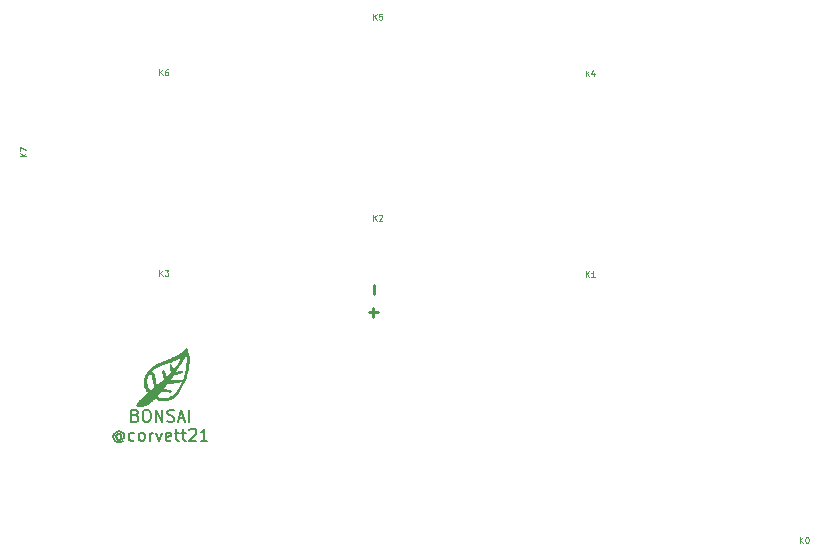
<source format=gbr>
%TF.GenerationSoftware,KiCad,Pcbnew,8.0.2*%
%TF.CreationDate,2024-07-03T21:28:43-05:00*%
%TF.ProjectId,bonsai-pg1232-Xiao-r3-rounded,626f6e73-6169-42d7-9067-313233322d58,v1*%
%TF.SameCoordinates,Original*%
%TF.FileFunction,Legend,Top*%
%TF.FilePolarity,Positive*%
%FSLAX46Y46*%
G04 Gerber Fmt 4.6, Leading zero omitted, Abs format (unit mm)*
G04 Created by KiCad (PCBNEW 8.0.2) date 2024-07-03 21:28:43*
%MOMM*%
%LPD*%
G01*
G04 APERTURE LIST*
%ADD10C,0.125000*%
%ADD11C,0.250000*%
%ADD12C,0.150000*%
%ADD13C,0.000000*%
G04 APERTURE END LIST*
D10*
X40201283Y-49932309D02*
X40201283Y-49432309D01*
X40486997Y-49932309D02*
X40272712Y-49646595D01*
X40486997Y-49432309D02*
X40201283Y-49718023D01*
X40653664Y-49432309D02*
X40963188Y-49432309D01*
X40963188Y-49432309D02*
X40796521Y-49622785D01*
X40796521Y-49622785D02*
X40867950Y-49622785D01*
X40867950Y-49622785D02*
X40915569Y-49646595D01*
X40915569Y-49646595D02*
X40939378Y-49670404D01*
X40939378Y-49670404D02*
X40963188Y-49718023D01*
X40963188Y-49718023D02*
X40963188Y-49837071D01*
X40963188Y-49837071D02*
X40939378Y-49884690D01*
X40939378Y-49884690D02*
X40915569Y-49908500D01*
X40915569Y-49908500D02*
X40867950Y-49932309D01*
X40867950Y-49932309D02*
X40725093Y-49932309D01*
X40725093Y-49932309D02*
X40677474Y-49908500D01*
X40677474Y-49908500D02*
X40653664Y-49884690D01*
D11*
X58697431Y-52983666D02*
X57935527Y-52983666D01*
X58316479Y-53364619D02*
X58316479Y-52602714D01*
X58333666Y-50652568D02*
X58333666Y-51414473D01*
D10*
X94401283Y-72532309D02*
X94401283Y-72032309D01*
X94686997Y-72532309D02*
X94472712Y-72246595D01*
X94686997Y-72032309D02*
X94401283Y-72318023D01*
X94996521Y-72032309D02*
X95044140Y-72032309D01*
X95044140Y-72032309D02*
X95091759Y-72056119D01*
X95091759Y-72056119D02*
X95115569Y-72079928D01*
X95115569Y-72079928D02*
X95139378Y-72127547D01*
X95139378Y-72127547D02*
X95163188Y-72222785D01*
X95163188Y-72222785D02*
X95163188Y-72341833D01*
X95163188Y-72341833D02*
X95139378Y-72437071D01*
X95139378Y-72437071D02*
X95115569Y-72484690D01*
X95115569Y-72484690D02*
X95091759Y-72508500D01*
X95091759Y-72508500D02*
X95044140Y-72532309D01*
X95044140Y-72532309D02*
X94996521Y-72532309D01*
X94996521Y-72532309D02*
X94948902Y-72508500D01*
X94948902Y-72508500D02*
X94925093Y-72484690D01*
X94925093Y-72484690D02*
X94901283Y-72437071D01*
X94901283Y-72437071D02*
X94877474Y-72341833D01*
X94877474Y-72341833D02*
X94877474Y-72222785D01*
X94877474Y-72222785D02*
X94901283Y-72127547D01*
X94901283Y-72127547D02*
X94925093Y-72079928D01*
X94925093Y-72079928D02*
X94948902Y-72056119D01*
X94948902Y-72056119D02*
X94996521Y-72032309D01*
X76301283Y-50032309D02*
X76301283Y-49532309D01*
X76586997Y-50032309D02*
X76372712Y-49746595D01*
X76586997Y-49532309D02*
X76301283Y-49818023D01*
X77063188Y-50032309D02*
X76777474Y-50032309D01*
X76920331Y-50032309D02*
X76920331Y-49532309D01*
X76920331Y-49532309D02*
X76872712Y-49603738D01*
X76872712Y-49603738D02*
X76825093Y-49651357D01*
X76825093Y-49651357D02*
X76777474Y-49675166D01*
D12*
X38155952Y-61736065D02*
X38298809Y-61783684D01*
X38298809Y-61783684D02*
X38346428Y-61831303D01*
X38346428Y-61831303D02*
X38394047Y-61926541D01*
X38394047Y-61926541D02*
X38394047Y-62069398D01*
X38394047Y-62069398D02*
X38346428Y-62164636D01*
X38346428Y-62164636D02*
X38298809Y-62212256D01*
X38298809Y-62212256D02*
X38203571Y-62259875D01*
X38203571Y-62259875D02*
X37822619Y-62259875D01*
X37822619Y-62259875D02*
X37822619Y-61259875D01*
X37822619Y-61259875D02*
X38155952Y-61259875D01*
X38155952Y-61259875D02*
X38251190Y-61307494D01*
X38251190Y-61307494D02*
X38298809Y-61355113D01*
X38298809Y-61355113D02*
X38346428Y-61450351D01*
X38346428Y-61450351D02*
X38346428Y-61545589D01*
X38346428Y-61545589D02*
X38298809Y-61640827D01*
X38298809Y-61640827D02*
X38251190Y-61688446D01*
X38251190Y-61688446D02*
X38155952Y-61736065D01*
X38155952Y-61736065D02*
X37822619Y-61736065D01*
X39013095Y-61259875D02*
X39203571Y-61259875D01*
X39203571Y-61259875D02*
X39298809Y-61307494D01*
X39298809Y-61307494D02*
X39394047Y-61402732D01*
X39394047Y-61402732D02*
X39441666Y-61593208D01*
X39441666Y-61593208D02*
X39441666Y-61926541D01*
X39441666Y-61926541D02*
X39394047Y-62117017D01*
X39394047Y-62117017D02*
X39298809Y-62212256D01*
X39298809Y-62212256D02*
X39203571Y-62259875D01*
X39203571Y-62259875D02*
X39013095Y-62259875D01*
X39013095Y-62259875D02*
X38917857Y-62212256D01*
X38917857Y-62212256D02*
X38822619Y-62117017D01*
X38822619Y-62117017D02*
X38775000Y-61926541D01*
X38775000Y-61926541D02*
X38775000Y-61593208D01*
X38775000Y-61593208D02*
X38822619Y-61402732D01*
X38822619Y-61402732D02*
X38917857Y-61307494D01*
X38917857Y-61307494D02*
X39013095Y-61259875D01*
X39870238Y-62259875D02*
X39870238Y-61259875D01*
X39870238Y-61259875D02*
X40441666Y-62259875D01*
X40441666Y-62259875D02*
X40441666Y-61259875D01*
X40870238Y-62212256D02*
X41013095Y-62259875D01*
X41013095Y-62259875D02*
X41251190Y-62259875D01*
X41251190Y-62259875D02*
X41346428Y-62212256D01*
X41346428Y-62212256D02*
X41394047Y-62164636D01*
X41394047Y-62164636D02*
X41441666Y-62069398D01*
X41441666Y-62069398D02*
X41441666Y-61974160D01*
X41441666Y-61974160D02*
X41394047Y-61878922D01*
X41394047Y-61878922D02*
X41346428Y-61831303D01*
X41346428Y-61831303D02*
X41251190Y-61783684D01*
X41251190Y-61783684D02*
X41060714Y-61736065D01*
X41060714Y-61736065D02*
X40965476Y-61688446D01*
X40965476Y-61688446D02*
X40917857Y-61640827D01*
X40917857Y-61640827D02*
X40870238Y-61545589D01*
X40870238Y-61545589D02*
X40870238Y-61450351D01*
X40870238Y-61450351D02*
X40917857Y-61355113D01*
X40917857Y-61355113D02*
X40965476Y-61307494D01*
X40965476Y-61307494D02*
X41060714Y-61259875D01*
X41060714Y-61259875D02*
X41298809Y-61259875D01*
X41298809Y-61259875D02*
X41441666Y-61307494D01*
X41822619Y-61974160D02*
X42298809Y-61974160D01*
X41727381Y-62259875D02*
X42060714Y-61259875D01*
X42060714Y-61259875D02*
X42394047Y-62259875D01*
X42727381Y-62259875D02*
X42727381Y-61259875D01*
X36965475Y-63393628D02*
X36917856Y-63346009D01*
X36917856Y-63346009D02*
X36822618Y-63298390D01*
X36822618Y-63298390D02*
X36727380Y-63298390D01*
X36727380Y-63298390D02*
X36632142Y-63346009D01*
X36632142Y-63346009D02*
X36584523Y-63393628D01*
X36584523Y-63393628D02*
X36536904Y-63488866D01*
X36536904Y-63488866D02*
X36536904Y-63584104D01*
X36536904Y-63584104D02*
X36584523Y-63679342D01*
X36584523Y-63679342D02*
X36632142Y-63726961D01*
X36632142Y-63726961D02*
X36727380Y-63774580D01*
X36727380Y-63774580D02*
X36822618Y-63774580D01*
X36822618Y-63774580D02*
X36917856Y-63726961D01*
X36917856Y-63726961D02*
X36965475Y-63679342D01*
X36965475Y-63298390D02*
X36965475Y-63679342D01*
X36965475Y-63679342D02*
X37013094Y-63726961D01*
X37013094Y-63726961D02*
X37060713Y-63726961D01*
X37060713Y-63726961D02*
X37155952Y-63679342D01*
X37155952Y-63679342D02*
X37203571Y-63584104D01*
X37203571Y-63584104D02*
X37203571Y-63346009D01*
X37203571Y-63346009D02*
X37108333Y-63203152D01*
X37108333Y-63203152D02*
X36965475Y-63107914D01*
X36965475Y-63107914D02*
X36774999Y-63060295D01*
X36774999Y-63060295D02*
X36584523Y-63107914D01*
X36584523Y-63107914D02*
X36441666Y-63203152D01*
X36441666Y-63203152D02*
X36346428Y-63346009D01*
X36346428Y-63346009D02*
X36298809Y-63536485D01*
X36298809Y-63536485D02*
X36346428Y-63726961D01*
X36346428Y-63726961D02*
X36441666Y-63869819D01*
X36441666Y-63869819D02*
X36584523Y-63965057D01*
X36584523Y-63965057D02*
X36774999Y-64012676D01*
X36774999Y-64012676D02*
X36965475Y-63965057D01*
X36965475Y-63965057D02*
X37108333Y-63869819D01*
X38060713Y-63822200D02*
X37965475Y-63869819D01*
X37965475Y-63869819D02*
X37774999Y-63869819D01*
X37774999Y-63869819D02*
X37679761Y-63822200D01*
X37679761Y-63822200D02*
X37632142Y-63774580D01*
X37632142Y-63774580D02*
X37584523Y-63679342D01*
X37584523Y-63679342D02*
X37584523Y-63393628D01*
X37584523Y-63393628D02*
X37632142Y-63298390D01*
X37632142Y-63298390D02*
X37679761Y-63250771D01*
X37679761Y-63250771D02*
X37774999Y-63203152D01*
X37774999Y-63203152D02*
X37965475Y-63203152D01*
X37965475Y-63203152D02*
X38060713Y-63250771D01*
X38632142Y-63869819D02*
X38536904Y-63822200D01*
X38536904Y-63822200D02*
X38489285Y-63774580D01*
X38489285Y-63774580D02*
X38441666Y-63679342D01*
X38441666Y-63679342D02*
X38441666Y-63393628D01*
X38441666Y-63393628D02*
X38489285Y-63298390D01*
X38489285Y-63298390D02*
X38536904Y-63250771D01*
X38536904Y-63250771D02*
X38632142Y-63203152D01*
X38632142Y-63203152D02*
X38774999Y-63203152D01*
X38774999Y-63203152D02*
X38870237Y-63250771D01*
X38870237Y-63250771D02*
X38917856Y-63298390D01*
X38917856Y-63298390D02*
X38965475Y-63393628D01*
X38965475Y-63393628D02*
X38965475Y-63679342D01*
X38965475Y-63679342D02*
X38917856Y-63774580D01*
X38917856Y-63774580D02*
X38870237Y-63822200D01*
X38870237Y-63822200D02*
X38774999Y-63869819D01*
X38774999Y-63869819D02*
X38632142Y-63869819D01*
X39394047Y-63869819D02*
X39394047Y-63203152D01*
X39394047Y-63393628D02*
X39441666Y-63298390D01*
X39441666Y-63298390D02*
X39489285Y-63250771D01*
X39489285Y-63250771D02*
X39584523Y-63203152D01*
X39584523Y-63203152D02*
X39679761Y-63203152D01*
X39917857Y-63203152D02*
X40155952Y-63869819D01*
X40155952Y-63869819D02*
X40394047Y-63203152D01*
X41155952Y-63822200D02*
X41060714Y-63869819D01*
X41060714Y-63869819D02*
X40870238Y-63869819D01*
X40870238Y-63869819D02*
X40775000Y-63822200D01*
X40775000Y-63822200D02*
X40727381Y-63726961D01*
X40727381Y-63726961D02*
X40727381Y-63346009D01*
X40727381Y-63346009D02*
X40775000Y-63250771D01*
X40775000Y-63250771D02*
X40870238Y-63203152D01*
X40870238Y-63203152D02*
X41060714Y-63203152D01*
X41060714Y-63203152D02*
X41155952Y-63250771D01*
X41155952Y-63250771D02*
X41203571Y-63346009D01*
X41203571Y-63346009D02*
X41203571Y-63441247D01*
X41203571Y-63441247D02*
X40727381Y-63536485D01*
X41489286Y-63203152D02*
X41870238Y-63203152D01*
X41632143Y-62869819D02*
X41632143Y-63726961D01*
X41632143Y-63726961D02*
X41679762Y-63822200D01*
X41679762Y-63822200D02*
X41775000Y-63869819D01*
X41775000Y-63869819D02*
X41870238Y-63869819D01*
X42060715Y-63203152D02*
X42441667Y-63203152D01*
X42203572Y-62869819D02*
X42203572Y-63726961D01*
X42203572Y-63726961D02*
X42251191Y-63822200D01*
X42251191Y-63822200D02*
X42346429Y-63869819D01*
X42346429Y-63869819D02*
X42441667Y-63869819D01*
X42727382Y-62965057D02*
X42775001Y-62917438D01*
X42775001Y-62917438D02*
X42870239Y-62869819D01*
X42870239Y-62869819D02*
X43108334Y-62869819D01*
X43108334Y-62869819D02*
X43203572Y-62917438D01*
X43203572Y-62917438D02*
X43251191Y-62965057D01*
X43251191Y-62965057D02*
X43298810Y-63060295D01*
X43298810Y-63060295D02*
X43298810Y-63155533D01*
X43298810Y-63155533D02*
X43251191Y-63298390D01*
X43251191Y-63298390D02*
X42679763Y-63869819D01*
X42679763Y-63869819D02*
X43298810Y-63869819D01*
X44251191Y-63869819D02*
X43679763Y-63869819D01*
X43965477Y-63869819D02*
X43965477Y-62869819D01*
X43965477Y-62869819D02*
X43870239Y-63012676D01*
X43870239Y-63012676D02*
X43775001Y-63107914D01*
X43775001Y-63107914D02*
X43679763Y-63155533D01*
D10*
X58301283Y-28232309D02*
X58301283Y-27732309D01*
X58586997Y-28232309D02*
X58372712Y-27946595D01*
X58586997Y-27732309D02*
X58301283Y-28018023D01*
X59039378Y-27732309D02*
X58801283Y-27732309D01*
X58801283Y-27732309D02*
X58777474Y-27970404D01*
X58777474Y-27970404D02*
X58801283Y-27946595D01*
X58801283Y-27946595D02*
X58848902Y-27922785D01*
X58848902Y-27922785D02*
X58967950Y-27922785D01*
X58967950Y-27922785D02*
X59015569Y-27946595D01*
X59015569Y-27946595D02*
X59039378Y-27970404D01*
X59039378Y-27970404D02*
X59063188Y-28018023D01*
X59063188Y-28018023D02*
X59063188Y-28137071D01*
X59063188Y-28137071D02*
X59039378Y-28184690D01*
X59039378Y-28184690D02*
X59015569Y-28208500D01*
X59015569Y-28208500D02*
X58967950Y-28232309D01*
X58967950Y-28232309D02*
X58848902Y-28232309D01*
X58848902Y-28232309D02*
X58801283Y-28208500D01*
X58801283Y-28208500D02*
X58777474Y-28184690D01*
X58301283Y-45232309D02*
X58301283Y-44732309D01*
X58586997Y-45232309D02*
X58372712Y-44946595D01*
X58586997Y-44732309D02*
X58301283Y-45018023D01*
X58777474Y-44779928D02*
X58801283Y-44756119D01*
X58801283Y-44756119D02*
X58848902Y-44732309D01*
X58848902Y-44732309D02*
X58967950Y-44732309D01*
X58967950Y-44732309D02*
X59015569Y-44756119D01*
X59015569Y-44756119D02*
X59039378Y-44779928D01*
X59039378Y-44779928D02*
X59063188Y-44827547D01*
X59063188Y-44827547D02*
X59063188Y-44875166D01*
X59063188Y-44875166D02*
X59039378Y-44946595D01*
X59039378Y-44946595D02*
X58753664Y-45232309D01*
X58753664Y-45232309D02*
X59063188Y-45232309D01*
X40201283Y-32932309D02*
X40201283Y-32432309D01*
X40486997Y-32932309D02*
X40272712Y-32646595D01*
X40486997Y-32432309D02*
X40201283Y-32718023D01*
X40915569Y-32432309D02*
X40820331Y-32432309D01*
X40820331Y-32432309D02*
X40772712Y-32456119D01*
X40772712Y-32456119D02*
X40748902Y-32479928D01*
X40748902Y-32479928D02*
X40701283Y-32551357D01*
X40701283Y-32551357D02*
X40677474Y-32646595D01*
X40677474Y-32646595D02*
X40677474Y-32837071D01*
X40677474Y-32837071D02*
X40701283Y-32884690D01*
X40701283Y-32884690D02*
X40725093Y-32908500D01*
X40725093Y-32908500D02*
X40772712Y-32932309D01*
X40772712Y-32932309D02*
X40867950Y-32932309D01*
X40867950Y-32932309D02*
X40915569Y-32908500D01*
X40915569Y-32908500D02*
X40939378Y-32884690D01*
X40939378Y-32884690D02*
X40963188Y-32837071D01*
X40963188Y-32837071D02*
X40963188Y-32718023D01*
X40963188Y-32718023D02*
X40939378Y-32670404D01*
X40939378Y-32670404D02*
X40915569Y-32646595D01*
X40915569Y-32646595D02*
X40867950Y-32622785D01*
X40867950Y-32622785D02*
X40772712Y-32622785D01*
X40772712Y-32622785D02*
X40725093Y-32646595D01*
X40725093Y-32646595D02*
X40701283Y-32670404D01*
X40701283Y-32670404D02*
X40677474Y-32718023D01*
X28932309Y-39798716D02*
X28432309Y-39798716D01*
X28932309Y-39513002D02*
X28646595Y-39727287D01*
X28432309Y-39513002D02*
X28718023Y-39798716D01*
X28432309Y-39346335D02*
X28432309Y-39013002D01*
X28432309Y-39013002D02*
X28932309Y-39227287D01*
X76301283Y-33032309D02*
X76301283Y-32532309D01*
X76586997Y-33032309D02*
X76372712Y-32746595D01*
X76586997Y-32532309D02*
X76301283Y-32818023D01*
X77015569Y-32698976D02*
X77015569Y-33032309D01*
X76896521Y-32508500D02*
X76777474Y-32865642D01*
X76777474Y-32865642D02*
X77086997Y-32865642D01*
D13*
%TO.C,G\u002A\u002A\u002A*%
G36*
X42492679Y-56037597D02*
G01*
X42505483Y-56046893D01*
X42524820Y-56059637D01*
X42546379Y-56068324D01*
X42550402Y-56069233D01*
X42579013Y-56079694D01*
X42598607Y-56098014D01*
X42608482Y-56122712D01*
X42607931Y-56152307D01*
X42600875Y-56175361D01*
X42596527Y-56186925D01*
X42595117Y-56196869D01*
X42597211Y-56208506D01*
X42603371Y-56225145D01*
X42613237Y-56247998D01*
X42656551Y-56358951D01*
X42693252Y-56479223D01*
X42723026Y-56607335D01*
X42745563Y-56741806D01*
X42760549Y-56881158D01*
X42766061Y-56972868D01*
X42768093Y-57149839D01*
X42759790Y-57332997D01*
X42741294Y-57521705D01*
X42712746Y-57715328D01*
X42674290Y-57913230D01*
X42626066Y-58114774D01*
X42568218Y-58319325D01*
X42500887Y-58526246D01*
X42424215Y-58734902D01*
X42338344Y-58944655D01*
X42312401Y-59004107D01*
X42229777Y-59181780D01*
X42143433Y-59349775D01*
X42053587Y-59507802D01*
X41960459Y-59655573D01*
X41864267Y-59792800D01*
X41765229Y-59919194D01*
X41663563Y-60034466D01*
X41559489Y-60138329D01*
X41453225Y-60230493D01*
X41344989Y-60310671D01*
X41300716Y-60339620D01*
X41189086Y-60402775D01*
X41074233Y-60453917D01*
X40956414Y-60493041D01*
X40835886Y-60520145D01*
X40712904Y-60535223D01*
X40587724Y-60538273D01*
X40460604Y-60529289D01*
X40331800Y-60508269D01*
X40201567Y-60475208D01*
X40070163Y-60430102D01*
X39937843Y-60372948D01*
X39912875Y-60360852D01*
X39837856Y-60323885D01*
X39728104Y-60431700D01*
X39692528Y-60466196D01*
X39654995Y-60501807D01*
X39617972Y-60536245D01*
X39583930Y-60567219D01*
X39555338Y-60592443D01*
X39546809Y-60599713D01*
X39426491Y-60695065D01*
X39306608Y-60778170D01*
X39186707Y-60849253D01*
X39066340Y-60908539D01*
X38945057Y-60956253D01*
X38822406Y-60992619D01*
X38715705Y-61014954D01*
X38689184Y-61018413D01*
X38654130Y-61021454D01*
X38613030Y-61024010D01*
X38568369Y-61026014D01*
X38522635Y-61027397D01*
X38478313Y-61028093D01*
X38437890Y-61028035D01*
X38403852Y-61027155D01*
X38378685Y-61025385D01*
X38370986Y-61024293D01*
X38328225Y-61012104D01*
X38295391Y-60992674D01*
X38272036Y-60965447D01*
X38257713Y-60929870D01*
X38251977Y-60885388D01*
X38251821Y-60876398D01*
X38255183Y-60830691D01*
X38265800Y-60784222D01*
X38284102Y-60736384D01*
X38310517Y-60686567D01*
X38345477Y-60634166D01*
X38389412Y-60578573D01*
X38442750Y-60519180D01*
X38505923Y-60455380D01*
X38579359Y-60386565D01*
X38631310Y-60340168D01*
X38668514Y-60307385D01*
X38709478Y-60271149D01*
X38750761Y-60234513D01*
X38782726Y-60206048D01*
X39159565Y-60206048D01*
X39159809Y-60208562D01*
X39161346Y-60209414D01*
X39165377Y-60207760D01*
X39173106Y-60202754D01*
X39185735Y-60193552D01*
X39204468Y-60179307D01*
X39230507Y-60159176D01*
X39265055Y-60132312D01*
X39270063Y-60128414D01*
X39288438Y-60113979D01*
X40030905Y-60113979D01*
X40034989Y-60123292D01*
X40046416Y-60131977D01*
X40065158Y-60141912D01*
X40086808Y-60152736D01*
X40177516Y-60194387D01*
X40272766Y-60229918D01*
X40368360Y-60257901D01*
X40444256Y-60274251D01*
X40492183Y-60280570D01*
X40547538Y-60284377D01*
X40605983Y-60285628D01*
X40663181Y-60284282D01*
X40714794Y-60280296D01*
X40738264Y-60277121D01*
X40831279Y-60256609D01*
X40928209Y-60224726D01*
X41028417Y-60181747D01*
X41131269Y-60127947D01*
X41236129Y-60063600D01*
X41244453Y-60058094D01*
X41361780Y-59972814D01*
X41474699Y-59876107D01*
X41582996Y-59768321D01*
X41686459Y-59649806D01*
X41784876Y-59520913D01*
X41878033Y-59381992D01*
X41965718Y-59233391D01*
X42047718Y-59075461D01*
X42123820Y-58908552D01*
X42193812Y-58733014D01*
X42257481Y-58549196D01*
X42314613Y-58357448D01*
X42342106Y-58252985D01*
X42387166Y-58056278D01*
X42424711Y-57855142D01*
X42454499Y-57651801D01*
X42476290Y-57448479D01*
X42489840Y-57247398D01*
X42494908Y-57050784D01*
X42491875Y-56875841D01*
X42489395Y-56819000D01*
X42486582Y-56764569D01*
X42483538Y-56713839D01*
X42480366Y-56668096D01*
X42477170Y-56628630D01*
X42474051Y-56596729D01*
X42471113Y-56573680D01*
X42468459Y-56560773D01*
X42466553Y-56558676D01*
X42462465Y-56566227D01*
X42454873Y-56582562D01*
X42445042Y-56604910D01*
X42438700Y-56619800D01*
X42387286Y-56735855D01*
X42328838Y-56856990D01*
X42265239Y-56979522D01*
X42198375Y-57099770D01*
X42157085Y-57169935D01*
X42121595Y-57228938D01*
X42091433Y-57279159D01*
X42065458Y-57322515D01*
X42042527Y-57360921D01*
X42021497Y-57396294D01*
X42001227Y-57430549D01*
X41980575Y-57465604D01*
X41963301Y-57495015D01*
X41885754Y-57624998D01*
X41806488Y-57753351D01*
X41722485Y-57884944D01*
X41702332Y-57915943D01*
X41678859Y-57952198D01*
X41658004Y-57984921D01*
X41640643Y-58012693D01*
X41627656Y-58034091D01*
X41619922Y-58047697D01*
X41618140Y-58052081D01*
X41624714Y-58051262D01*
X41641371Y-58047329D01*
X41666221Y-58040780D01*
X41697379Y-58032115D01*
X41732956Y-58021832D01*
X41735887Y-58020969D01*
X41803855Y-58001453D01*
X41862010Y-57985974D01*
X41912224Y-57974130D01*
X41956371Y-57965516D01*
X41996325Y-57959730D01*
X42033960Y-57956368D01*
X42036698Y-57956205D01*
X42077615Y-57955210D01*
X42108862Y-57958186D01*
X42132885Y-57966024D01*
X42152131Y-57979618D01*
X42169049Y-57999857D01*
X42173102Y-58005908D01*
X42189033Y-58037247D01*
X42193266Y-58064185D01*
X42185750Y-58086866D01*
X42166436Y-58105431D01*
X42135273Y-58120025D01*
X42132836Y-58120839D01*
X42110027Y-58129352D01*
X42082665Y-58141026D01*
X42060278Y-58151577D01*
X42040427Y-58160569D01*
X42011011Y-58172699D01*
X41974317Y-58187122D01*
X41932632Y-58202991D01*
X41888244Y-58219461D01*
X41843438Y-58235685D01*
X41800502Y-58250818D01*
X41761723Y-58264013D01*
X41729386Y-58274424D01*
X41722768Y-58276436D01*
X41668851Y-58290622D01*
X41618443Y-58299260D01*
X41567524Y-58302663D01*
X41512076Y-58301144D01*
X41462511Y-58296678D01*
X41457426Y-58297968D01*
X41450221Y-58303410D01*
X41440135Y-58313946D01*
X41426407Y-58330515D01*
X41408279Y-58354056D01*
X41384990Y-58385510D01*
X41355780Y-58425817D01*
X41337344Y-58451501D01*
X41306252Y-58494784D01*
X41274563Y-58538652D01*
X41243816Y-58580993D01*
X41215550Y-58619693D01*
X41191305Y-58652640D01*
X41172618Y-58677720D01*
X41171140Y-58679682D01*
X41116852Y-58751574D01*
X41143143Y-58756202D01*
X41164285Y-58758725D01*
X41195614Y-58760896D01*
X41234822Y-58762690D01*
X41279595Y-58764080D01*
X41327625Y-58765039D01*
X41376600Y-58765541D01*
X41424209Y-58765558D01*
X41468142Y-58765065D01*
X41506087Y-58764034D01*
X41535735Y-58762439D01*
X41550778Y-58760907D01*
X41571508Y-58758796D01*
X41601461Y-58756882D01*
X41638901Y-58755183D01*
X41682097Y-58753720D01*
X41729313Y-58752512D01*
X41778817Y-58751579D01*
X41828874Y-58750939D01*
X41877751Y-58750612D01*
X41923714Y-58750617D01*
X41965030Y-58750975D01*
X41999964Y-58751704D01*
X42026784Y-58752824D01*
X42043755Y-58754355D01*
X42048147Y-58755332D01*
X42065766Y-58768213D01*
X42078467Y-58789128D01*
X42085049Y-58814172D01*
X42084310Y-58839442D01*
X42078848Y-58855071D01*
X42064619Y-58869835D01*
X42040419Y-58881777D01*
X42013613Y-58888808D01*
X41993904Y-58895361D01*
X41977564Y-58905647D01*
X41975635Y-58907539D01*
X41954787Y-58922876D01*
X41921545Y-58937312D01*
X41875987Y-58950828D01*
X41818191Y-58963404D01*
X41748235Y-58975022D01*
X41666198Y-58985661D01*
X41657054Y-58986701D01*
X41613213Y-58992029D01*
X41561615Y-58998936D01*
X41506805Y-59006774D01*
X41453329Y-59014897D01*
X41413244Y-59021387D01*
X41321210Y-59035064D01*
X41237002Y-59043964D01*
X41161430Y-59048053D01*
X41095306Y-59047301D01*
X41039440Y-59041678D01*
X41014554Y-59036779D01*
X40987304Y-59029671D01*
X40962505Y-59022152D01*
X40944329Y-59015519D01*
X40940380Y-59013687D01*
X40926311Y-59008363D01*
X40917109Y-59008387D01*
X40916457Y-59008918D01*
X40911386Y-59015120D01*
X40899687Y-59029651D01*
X40882521Y-59051061D01*
X40861052Y-59077899D01*
X40836440Y-59108716D01*
X40822120Y-59126667D01*
X40788787Y-59168262D01*
X40750886Y-59215222D01*
X40711547Y-59263689D01*
X40673902Y-59309805D01*
X40643022Y-59347362D01*
X40617230Y-59378800D01*
X40594354Y-59407105D01*
X40575531Y-59430834D01*
X40561897Y-59448548D01*
X40554587Y-59458806D01*
X40553658Y-59460671D01*
X40553535Y-59462218D01*
X40554017Y-59463562D01*
X40556375Y-59464998D01*
X40561880Y-59466821D01*
X40571806Y-59469328D01*
X40587424Y-59472814D01*
X40610007Y-59477576D01*
X40640827Y-59483908D01*
X40681155Y-59492108D01*
X40732265Y-59502470D01*
X40741204Y-59504282D01*
X40835415Y-59523677D01*
X40921880Y-59542061D01*
X41000000Y-59559290D01*
X41069176Y-59575220D01*
X41128807Y-59589708D01*
X41178294Y-59602609D01*
X41217037Y-59613778D01*
X41244437Y-59623073D01*
X41255669Y-59627933D01*
X41273404Y-59641912D01*
X41288189Y-59662153D01*
X41296681Y-59683583D01*
X41297567Y-59691486D01*
X41292631Y-59715300D01*
X41279831Y-59739591D01*
X41262284Y-59758856D01*
X41257456Y-59762284D01*
X41239710Y-59770238D01*
X41218179Y-59772540D01*
X41205380Y-59771972D01*
X41186098Y-59771102D01*
X41176230Y-59772732D01*
X41172798Y-59777679D01*
X41172560Y-59781001D01*
X41167166Y-59797806D01*
X41153169Y-59809884D01*
X41133848Y-59816404D01*
X41112479Y-59816534D01*
X41092342Y-59809444D01*
X41084251Y-59803396D01*
X41071376Y-59794343D01*
X41055753Y-59790958D01*
X41039260Y-59791248D01*
X41020190Y-59791121D01*
X40993063Y-59789223D01*
X40962146Y-59785909D01*
X40942970Y-59783300D01*
X40916738Y-59780105D01*
X40880935Y-59776750D01*
X40838490Y-59773455D01*
X40792329Y-59770440D01*
X40745380Y-59767927D01*
X40729173Y-59767201D01*
X40677727Y-59764820D01*
X40621449Y-59761868D01*
X40564558Y-59758589D01*
X40511274Y-59755227D01*
X40465817Y-59752027D01*
X40461615Y-59751706D01*
X40423715Y-59748819D01*
X40389787Y-59746299D01*
X40361921Y-59744297D01*
X40342211Y-59742962D01*
X40332748Y-59742445D01*
X40332552Y-59742443D01*
X40326173Y-59747128D01*
X40313353Y-59760228D01*
X40295360Y-59780316D01*
X40273459Y-59805961D01*
X40248919Y-59835737D01*
X40239711Y-59847156D01*
X40209108Y-59885176D01*
X40175738Y-59926378D01*
X40142313Y-59967432D01*
X40111544Y-60005006D01*
X40088543Y-60032877D01*
X40062984Y-60063486D01*
X40044875Y-60085954D01*
X40034192Y-60102159D01*
X40030905Y-60113979D01*
X39288438Y-60113979D01*
X39317457Y-60091182D01*
X39354735Y-60061129D01*
X39381971Y-60038192D01*
X39399238Y-60022307D01*
X39406612Y-60013408D01*
X39405518Y-60011276D01*
X39398111Y-60015033D01*
X39383283Y-60025274D01*
X39363183Y-60040437D01*
X39339959Y-60058960D01*
X39339877Y-60059027D01*
X39308930Y-60083985D01*
X39273352Y-60112138D01*
X39238552Y-60139226D01*
X39220517Y-60153028D01*
X39197070Y-60171339D01*
X39177803Y-60187384D01*
X39164657Y-60199477D01*
X39159573Y-60205930D01*
X39159565Y-60206048D01*
X38782726Y-60206048D01*
X38788924Y-60200529D01*
X38815730Y-60176553D01*
X38841956Y-60153232D01*
X38875707Y-60123532D01*
X38914993Y-60089187D01*
X38957825Y-60051930D01*
X39002213Y-60013493D01*
X39046167Y-59975611D01*
X39062666Y-59961444D01*
X39100872Y-59928522D01*
X39135812Y-59898116D01*
X39166406Y-59871192D01*
X39191573Y-59848711D01*
X39210232Y-59831639D01*
X39221304Y-59820937D01*
X39223974Y-59817617D01*
X39219946Y-59811187D01*
X39209858Y-59796869D01*
X39195201Y-59776738D01*
X39177469Y-59752870D01*
X39176255Y-59751251D01*
X39096890Y-59636806D01*
X39028850Y-59520299D01*
X38972242Y-59402205D01*
X38927170Y-59283001D01*
X38893742Y-59163160D01*
X38872062Y-59043159D01*
X38862238Y-58923472D01*
X38862490Y-58909455D01*
X39161813Y-58909455D01*
X39170607Y-59024702D01*
X39191273Y-59139279D01*
X39223819Y-59252507D01*
X39268253Y-59363704D01*
X39324585Y-59472188D01*
X39342162Y-59501453D01*
X39356890Y-59524660D01*
X39373771Y-59550330D01*
X39391351Y-59576362D01*
X39408172Y-59600660D01*
X39422780Y-59621125D01*
X39433717Y-59635658D01*
X39439528Y-59642161D01*
X39439894Y-59642316D01*
X39445016Y-59638482D01*
X39458653Y-59627524D01*
X39479720Y-59610332D01*
X39507136Y-59587797D01*
X39539818Y-59560809D01*
X39576683Y-59530257D01*
X39616500Y-59497155D01*
X39656467Y-59463661D01*
X39693212Y-59432449D01*
X39725660Y-59404464D01*
X39752735Y-59380653D01*
X39773362Y-59361960D01*
X39786465Y-59349331D01*
X39790970Y-59343743D01*
X39788284Y-59333549D01*
X39781511Y-59317376D01*
X39777866Y-59309908D01*
X39753207Y-59255546D01*
X39728726Y-59189771D01*
X39704755Y-59113675D01*
X39681627Y-59028346D01*
X39659673Y-58934877D01*
X39650532Y-58891752D01*
X39639717Y-58839884D01*
X39627241Y-58781354D01*
X39614149Y-58720981D01*
X39601485Y-58663581D01*
X39591024Y-58617166D01*
X39570341Y-58523978D01*
X39553081Y-58440434D01*
X39539297Y-58366880D01*
X39529043Y-58303661D01*
X39522371Y-58251124D01*
X39519335Y-58209615D01*
X39519987Y-58179478D01*
X39522085Y-58167311D01*
X39536958Y-58134667D01*
X39561109Y-58109049D01*
X39592684Y-58091793D01*
X39629827Y-58084231D01*
X39637892Y-58083999D01*
X39668215Y-58087529D01*
X39695523Y-58098889D01*
X39721384Y-58119237D01*
X39747369Y-58149732D01*
X39767833Y-58179881D01*
X39785562Y-58209858D01*
X39801402Y-58241177D01*
X39815619Y-58274978D01*
X39828479Y-58312403D01*
X39840247Y-58354593D01*
X39851190Y-58402687D01*
X39861571Y-58457828D01*
X39871658Y-58521155D01*
X39881716Y-58593809D01*
X39892010Y-58676931D01*
X39900227Y-58748449D01*
X39906317Y-58800874D01*
X39912774Y-58852941D01*
X39919283Y-58902355D01*
X39925530Y-58946825D01*
X39931202Y-58984057D01*
X39935983Y-59011760D01*
X39937071Y-59017265D01*
X39945535Y-59056075D01*
X39954458Y-59093056D01*
X39963267Y-59126171D01*
X39971384Y-59153378D01*
X39978233Y-59172641D01*
X39983240Y-59181919D01*
X39983664Y-59182249D01*
X39989821Y-59179178D01*
X40004429Y-59168352D01*
X40026707Y-59150444D01*
X40055870Y-59126129D01*
X40091138Y-59096080D01*
X40131727Y-59060972D01*
X40176856Y-59021479D01*
X40225741Y-58978275D01*
X40277601Y-58932034D01*
X40331653Y-58883430D01*
X40355420Y-58861931D01*
X40392625Y-58828215D01*
X40428387Y-58795807D01*
X40461222Y-58766051D01*
X40489651Y-58740289D01*
X40512192Y-58719863D01*
X40527364Y-58706115D01*
X40530088Y-58703647D01*
X40562286Y-58674474D01*
X40535490Y-58519226D01*
X40524187Y-58456466D01*
X40512903Y-58400221D01*
X40500670Y-58346334D01*
X40486523Y-58290648D01*
X40469494Y-58229006D01*
X40461715Y-58201943D01*
X40446189Y-58147736D01*
X40434241Y-58103972D01*
X40425696Y-58069166D01*
X40420377Y-58041836D01*
X40418111Y-58020498D01*
X40418722Y-58003668D01*
X40422034Y-57989862D01*
X40427873Y-57977597D01*
X40434090Y-57968114D01*
X40457215Y-57945779D01*
X40487605Y-57931013D01*
X40522069Y-57924527D01*
X40557417Y-57927033D01*
X40582232Y-57935079D01*
X40606804Y-57950710D01*
X40630936Y-57975347D01*
X40654889Y-58009505D01*
X40678922Y-58053694D01*
X40703293Y-58108430D01*
X40728263Y-58174226D01*
X40754091Y-58251594D01*
X40772318Y-58311217D01*
X40782890Y-58346320D01*
X40792537Y-58377266D01*
X40800607Y-58402054D01*
X40806451Y-58418686D01*
X40809313Y-58425073D01*
X40814711Y-58421976D01*
X40827717Y-58410627D01*
X40847434Y-58391939D01*
X40872965Y-58366823D01*
X40903413Y-58336193D01*
X40937880Y-58300962D01*
X40975469Y-58262040D01*
X41015284Y-58220342D01*
X41056427Y-58176779D01*
X41098000Y-58132264D01*
X41111166Y-58118057D01*
X41176717Y-58047178D01*
X41150233Y-57955517D01*
X41130842Y-57884107D01*
X41112224Y-57807387D01*
X41094948Y-57728256D01*
X41079583Y-57649611D01*
X41066698Y-57574349D01*
X41056862Y-57505368D01*
X41051067Y-57450796D01*
X41049289Y-57424690D01*
X41049508Y-57407628D01*
X41052118Y-57396252D01*
X41057515Y-57387207D01*
X41058734Y-57385664D01*
X41067779Y-57377362D01*
X41079975Y-57372719D01*
X41097698Y-57371519D01*
X41123325Y-57373550D01*
X41151028Y-57377342D01*
X41184195Y-57385421D01*
X41211146Y-57399856D01*
X41234900Y-57422754D01*
X41254046Y-57449221D01*
X41269672Y-57476389D01*
X41284837Y-57509245D01*
X41300046Y-57549201D01*
X41315803Y-57597668D01*
X41332616Y-57656056D01*
X41345721Y-57705279D01*
X41355087Y-57740244D01*
X41363733Y-57770364D01*
X41371085Y-57793811D01*
X41376570Y-57808757D01*
X41379600Y-57813387D01*
X41384754Y-57807830D01*
X41396575Y-57793857D01*
X41413941Y-57772834D01*
X41435730Y-57746126D01*
X41460821Y-57715098D01*
X41481108Y-57689841D01*
X41615993Y-57516076D01*
X41740480Y-57344599D01*
X41854098Y-57176079D01*
X41947477Y-57026150D01*
X41967046Y-56993109D01*
X41987770Y-56957622D01*
X42008697Y-56921373D01*
X42028876Y-56886045D01*
X42047354Y-56853323D01*
X42063179Y-56824892D01*
X42075399Y-56802435D01*
X42083063Y-56787637D01*
X42085284Y-56782326D01*
X42080366Y-56785137D01*
X42066777Y-56793731D01*
X42046266Y-56806981D01*
X42020583Y-56823760D01*
X42002452Y-56835691D01*
X41910712Y-56894192D01*
X41816336Y-56950253D01*
X41718283Y-57004343D01*
X41615511Y-57056934D01*
X41506980Y-57108498D01*
X41391649Y-57159506D01*
X41268478Y-57210428D01*
X41136426Y-57261736D01*
X40994452Y-57313902D01*
X40841515Y-57367396D01*
X40788090Y-57385547D01*
X40700899Y-57415058D01*
X40624256Y-57441206D01*
X40556811Y-57464472D01*
X40497213Y-57485336D01*
X40444113Y-57504278D01*
X40396161Y-57521781D01*
X40352008Y-57538324D01*
X40310303Y-57554388D01*
X40275788Y-57568018D01*
X40136254Y-57626929D01*
X40008390Y-57687773D01*
X39891439Y-57751106D01*
X39784645Y-57817485D01*
X39687251Y-57887464D01*
X39598500Y-57961600D01*
X39517635Y-58040449D01*
X39443900Y-58124565D01*
X39376538Y-58214505D01*
X39357877Y-58242074D01*
X39295619Y-58347030D01*
X39245183Y-58455404D01*
X39206575Y-58566515D01*
X39179805Y-58679681D01*
X39164882Y-58794222D01*
X39161813Y-58909455D01*
X38862490Y-58909455D01*
X38864375Y-58804574D01*
X38878579Y-58686941D01*
X38904956Y-58571048D01*
X38909489Y-58555448D01*
X38949186Y-58440172D01*
X38999325Y-58324054D01*
X39058403Y-58209939D01*
X39124915Y-58100675D01*
X39197357Y-57999109D01*
X39215554Y-57976076D01*
X39242670Y-57944349D01*
X39277196Y-57906840D01*
X39316911Y-57865732D01*
X39359594Y-57823214D01*
X39403020Y-57781472D01*
X39444969Y-57742692D01*
X39483218Y-57709061D01*
X39506421Y-57689896D01*
X39604025Y-57616123D01*
X39708957Y-57544655D01*
X39822488Y-57474712D01*
X39945887Y-57405515D01*
X40080423Y-57336284D01*
X40087918Y-57332584D01*
X40137338Y-57308497D01*
X40186733Y-57284985D01*
X40237255Y-57261555D01*
X40290055Y-57237712D01*
X40346286Y-57212961D01*
X40407098Y-57186810D01*
X40473645Y-57158762D01*
X40547077Y-57128324D01*
X40628546Y-57095000D01*
X40719204Y-57058298D01*
X40820203Y-57017722D01*
X40838103Y-57010556D01*
X40964818Y-56959574D01*
X41080652Y-56912353D01*
X41186503Y-56868465D01*
X41283273Y-56827484D01*
X41371859Y-56788982D01*
X41453161Y-56752531D01*
X41528078Y-56717705D01*
X41597511Y-56684077D01*
X41662357Y-56651219D01*
X41723518Y-56618703D01*
X41781891Y-56586104D01*
X41838377Y-56552992D01*
X41893874Y-56518942D01*
X41949283Y-56483526D01*
X41954002Y-56480449D01*
X42029481Y-56429777D01*
X42096536Y-56381641D01*
X42158264Y-56333725D01*
X42217764Y-56283711D01*
X42221770Y-56280209D01*
X42255244Y-56251186D01*
X42281421Y-56229571D01*
X42302183Y-56214284D01*
X42319413Y-56204245D01*
X42334993Y-56198373D01*
X42350806Y-56195588D01*
X42368734Y-56194810D01*
X42370593Y-56194801D01*
X42392399Y-56194220D01*
X42404017Y-56192232D01*
X42407732Y-56188246D01*
X42407341Y-56185318D01*
X42400159Y-56158431D01*
X42394359Y-56130584D01*
X42390592Y-56105605D01*
X42389508Y-56087321D01*
X42389937Y-56082913D01*
X42396517Y-56068693D01*
X42409233Y-56052756D01*
X42414435Y-56047793D01*
X42440092Y-56032122D01*
X42466582Y-56028720D01*
X42492679Y-56037597D01*
G37*
%TD*%
M02*

</source>
